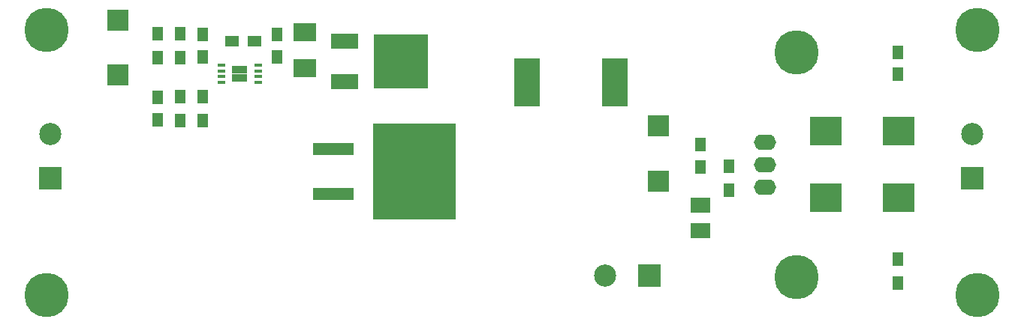
<source format=gbr>
G04 #@! TF.FileFunction,Soldermask,Top*
%FSLAX46Y46*%
G04 Gerber Fmt 4.6, Leading zero omitted, Abs format (unit mm)*
G04 Created by KiCad (PCBNEW 4.0.4-stable) date 11/27/16 02:50:32*
%MOMM*%
%LPD*%
G01*
G04 APERTURE LIST*
%ADD10C,0.100000*%
%ADD11R,9.400000X10.800000*%
%ADD12R,4.600000X1.390000*%
%ADD13R,1.250000X1.500000*%
%ADD14R,2.230000X1.800000*%
%ADD15R,1.500000X1.250000*%
%ADD16R,3.600000X3.200000*%
%ADD17R,2.900680X5.400040*%
%ADD18R,3.048000X1.651000*%
%ADD19R,6.096000X6.096000*%
%ADD20R,1.300000X1.500000*%
%ADD21R,2.500000X2.000000*%
%ADD22R,0.890000X0.420000*%
%ADD23R,0.840000X0.940000*%
%ADD24O,2.499360X1.744980*%
%ADD25O,2.499360X1.747520*%
%ADD26C,5.000000*%
%ADD27C,2.500000*%
%ADD28R,2.500000X2.500000*%
%ADD29R,2.430000X2.370000*%
G04 APERTURE END LIST*
D10*
D11*
X141503400Y-95986600D03*
D12*
X132353400Y-98526600D03*
X132353400Y-93446600D03*
D13*
X173750000Y-93000000D03*
X173750000Y-95500000D03*
D14*
X173750000Y-102710000D03*
X173750000Y-99790000D03*
D13*
X196037200Y-85044600D03*
X196037200Y-82544600D03*
D15*
X123424000Y-81280000D03*
X120924000Y-81280000D03*
D13*
X117602000Y-83038000D03*
X117602000Y-80538000D03*
X125984000Y-83038000D03*
X125984000Y-80538000D03*
X112522000Y-90150000D03*
X112522000Y-87650000D03*
D16*
X196098600Y-91465400D03*
X187898600Y-91465400D03*
X196098600Y-99009200D03*
X187898600Y-99009200D03*
D17*
X154208480Y-85953600D03*
X164109400Y-85953600D03*
D18*
X133604000Y-81280000D03*
D19*
X139954000Y-83566000D03*
D18*
X133604000Y-85852000D03*
D20*
X177000000Y-95400000D03*
X177000000Y-98100000D03*
X196011800Y-105914200D03*
X196011800Y-108614200D03*
X112522000Y-80438000D03*
X112522000Y-83138000D03*
D21*
X129159000Y-80296000D03*
X129159000Y-84296000D03*
D20*
X115062000Y-80438000D03*
X115062000Y-83138000D03*
X115062000Y-90250000D03*
X115062000Y-87550000D03*
X117602000Y-87550000D03*
X117602000Y-90250000D03*
D22*
X119688000Y-83988000D03*
X119688000Y-84638000D03*
X119688000Y-85288000D03*
X119688000Y-85938000D03*
X123898000Y-85938000D03*
X123898000Y-85288000D03*
X123898000Y-84638000D03*
X123898000Y-83988000D03*
D23*
X122213000Y-85433000D03*
X122213000Y-84493000D03*
X121373000Y-85433000D03*
X121373000Y-84493000D03*
D24*
X181051200Y-97764600D03*
D25*
X181051200Y-95224600D03*
X181051200Y-92684600D03*
D26*
X184543700Y-107924600D03*
X184543700Y-82524600D03*
X100000000Y-80000000D03*
X100000000Y-110000000D03*
X205000000Y-110000000D03*
X205000000Y-80000000D03*
D27*
X100457000Y-91770200D03*
D28*
X100457000Y-96770200D03*
D27*
X163004500Y-107797600D03*
D28*
X168004500Y-107797600D03*
X204368400Y-96774000D03*
D27*
X204368400Y-91774000D03*
D29*
X108000000Y-85120000D03*
X108000000Y-78880000D03*
X169000000Y-97120000D03*
X169000000Y-90880000D03*
M02*

</source>
